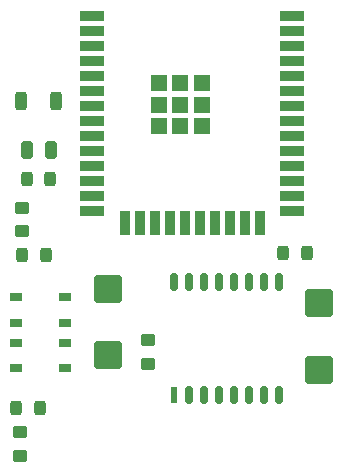
<source format=gtp>
G04 Layer_Color=8421504*
%FSLAX25Y25*%
%MOIN*%
G70*
G01*
G75*
G04:AMPARAMS|DCode=10|XSize=94.49mil|YSize=94.49mil|CornerRadius=11.81mil|HoleSize=0mil|Usage=FLASHONLY|Rotation=90.000|XOffset=0mil|YOffset=0mil|HoleType=Round|Shape=RoundedRectangle|*
%AMROUNDEDRECTD10*
21,1,0.09449,0.07087,0,0,90.0*
21,1,0.07087,0.09449,0,0,90.0*
1,1,0.02362,0.03543,0.03543*
1,1,0.02362,0.03543,-0.03543*
1,1,0.02362,-0.03543,-0.03543*
1,1,0.02362,-0.03543,0.03543*
%
%ADD10ROUNDEDRECTD10*%
G04:AMPARAMS|DCode=11|XSize=39.37mil|YSize=49.21mil|CornerRadius=9.84mil|HoleSize=0mil|Usage=FLASHONLY|Rotation=270.000|XOffset=0mil|YOffset=0mil|HoleType=Round|Shape=RoundedRectangle|*
%AMROUNDEDRECTD11*
21,1,0.03937,0.02953,0,0,270.0*
21,1,0.01969,0.04921,0,0,270.0*
1,1,0.01969,-0.01476,-0.00984*
1,1,0.01969,-0.01476,0.00984*
1,1,0.01969,0.01476,0.00984*
1,1,0.01969,0.01476,-0.00984*
%
%ADD11ROUNDEDRECTD11*%
G04:AMPARAMS|DCode=12|XSize=39.37mil|YSize=62.99mil|CornerRadius=9.84mil|HoleSize=0mil|Usage=FLASHONLY|Rotation=0.000|XOffset=0mil|YOffset=0mil|HoleType=Round|Shape=RoundedRectangle|*
%AMROUNDEDRECTD12*
21,1,0.03937,0.04331,0,0,0.0*
21,1,0.01969,0.06299,0,0,0.0*
1,1,0.01969,0.00984,-0.02165*
1,1,0.01969,-0.00984,-0.02165*
1,1,0.01969,-0.00984,0.02165*
1,1,0.01969,0.00984,0.02165*
%
%ADD12ROUNDEDRECTD12*%
G04:AMPARAMS|DCode=13|XSize=39.37mil|YSize=49.21mil|CornerRadius=9.84mil|HoleSize=0mil|Usage=FLASHONLY|Rotation=0.000|XOffset=0mil|YOffset=0mil|HoleType=Round|Shape=RoundedRectangle|*
%AMROUNDEDRECTD13*
21,1,0.03937,0.02953,0,0,0.0*
21,1,0.01969,0.04921,0,0,0.0*
1,1,0.01969,0.00984,-0.01476*
1,1,0.01969,-0.00984,-0.01476*
1,1,0.01969,-0.00984,0.01476*
1,1,0.01969,0.00984,0.01476*
%
%ADD13ROUNDEDRECTD13*%
G04:AMPARAMS|DCode=14|XSize=60mil|YSize=24mil|CornerRadius=6mil|HoleSize=0mil|Usage=FLASHONLY|Rotation=270.000|XOffset=0mil|YOffset=0mil|HoleType=Round|Shape=RoundedRectangle|*
%AMROUNDEDRECTD14*
21,1,0.06000,0.01200,0,0,270.0*
21,1,0.04800,0.02400,0,0,270.0*
1,1,0.01200,-0.00600,-0.02400*
1,1,0.01200,-0.00600,0.02400*
1,1,0.01200,0.00600,0.02400*
1,1,0.01200,0.00600,-0.02400*
%
%ADD14ROUNDEDRECTD14*%
%ADD15R,0.02400X0.05800*%
%ADD16R,0.05236X0.05236*%
%ADD17R,0.05236X0.05236*%
%ADD18R,0.07874X0.03543*%
%ADD19R,0.03543X0.07874*%
G04:AMPARAMS|DCode=20|XSize=40mil|YSize=60mil|CornerRadius=10mil|HoleSize=0mil|Usage=FLASHONLY|Rotation=0.000|XOffset=0mil|YOffset=0mil|HoleType=Round|Shape=RoundedRectangle|*
%AMROUNDEDRECTD20*
21,1,0.04000,0.04000,0,0,0.0*
21,1,0.02000,0.06000,0,0,0.0*
1,1,0.02000,0.01000,-0.02000*
1,1,0.02000,-0.01000,-0.02000*
1,1,0.02000,-0.01000,0.02000*
1,1,0.02000,0.01000,0.02000*
%
%ADD20ROUNDEDRECTD20*%
%ADD21R,0.04134X0.02559*%
D10*
X36614Y61417D02*
D03*
Y39370D02*
D03*
X106693Y34646D02*
D03*
Y56693D02*
D03*
D11*
X50000Y44488D02*
D03*
Y36614D02*
D03*
X7874Y80709D02*
D03*
Y88583D02*
D03*
X7087Y13780D02*
D03*
Y5906D02*
D03*
D12*
X7480Y124016D02*
D03*
X19291D02*
D03*
D13*
X7874Y72835D02*
D03*
X15748D02*
D03*
X5906Y21654D02*
D03*
X13780D02*
D03*
X102756Y73622D02*
D03*
X94882D02*
D03*
X17323Y98032D02*
D03*
X9449D02*
D03*
D14*
X93484Y26280D02*
D03*
X83484D02*
D03*
X78484D02*
D03*
X88484D02*
D03*
X73484D02*
D03*
X63484D02*
D03*
X68484D02*
D03*
X88484Y63680D02*
D03*
X83484D02*
D03*
X78484D02*
D03*
X93484D02*
D03*
X73484D02*
D03*
X58484D02*
D03*
X63484D02*
D03*
X68484D02*
D03*
D15*
X58484Y26280D02*
D03*
D16*
X53366Y130118D02*
D03*
X67815Y115669D02*
D03*
X53366Y122894D02*
D03*
X67815D02*
D03*
X60590D02*
D03*
D17*
X67815Y130118D02*
D03*
X60590Y115669D02*
D03*
X53366D02*
D03*
X60590Y130118D02*
D03*
D18*
X97992Y87421D02*
D03*
X31063D02*
D03*
Y97421D02*
D03*
Y92421D02*
D03*
Y122421D02*
D03*
Y117421D02*
D03*
Y112421D02*
D03*
Y102421D02*
D03*
Y107421D02*
D03*
Y132421D02*
D03*
Y127421D02*
D03*
Y137421D02*
D03*
Y142421D02*
D03*
Y152421D02*
D03*
Y147421D02*
D03*
X97992D02*
D03*
Y137421D02*
D03*
Y142421D02*
D03*
Y132421D02*
D03*
Y122421D02*
D03*
Y127421D02*
D03*
Y102421D02*
D03*
Y97421D02*
D03*
Y107421D02*
D03*
Y112421D02*
D03*
Y117421D02*
D03*
Y92421D02*
D03*
Y152421D02*
D03*
D19*
X42028Y83484D02*
D03*
X87028D02*
D03*
X52028D02*
D03*
X47028D02*
D03*
X77028D02*
D03*
X72028D02*
D03*
X67028D02*
D03*
X57028D02*
D03*
X62028D02*
D03*
X82028D02*
D03*
D20*
X9449Y107874D02*
D03*
X17449D02*
D03*
D21*
X22146Y50295D02*
D03*
Y58760D02*
D03*
X5807Y50295D02*
D03*
Y58760D02*
D03*
Y43602D02*
D03*
Y35138D02*
D03*
X22146Y43602D02*
D03*
Y35138D02*
D03*
M02*

</source>
